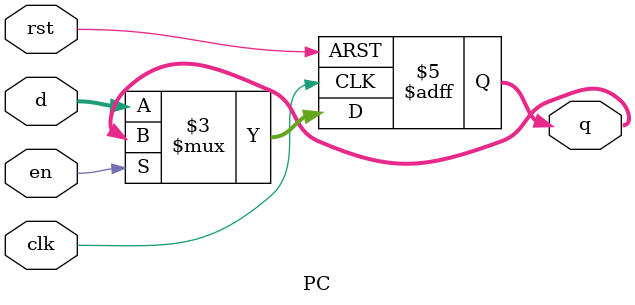
<source format=sv>
module PC #(parameter bits=32) (input logic clk, rst,en,
									input logic [bits-1:0] d, 
									output logic [bits-1:0] q);

    always_ff @(posedge clk, posedge rst) 
        if (rst) 		q <= 0;
        else if (!en) q <= d;

endmodule

</source>
